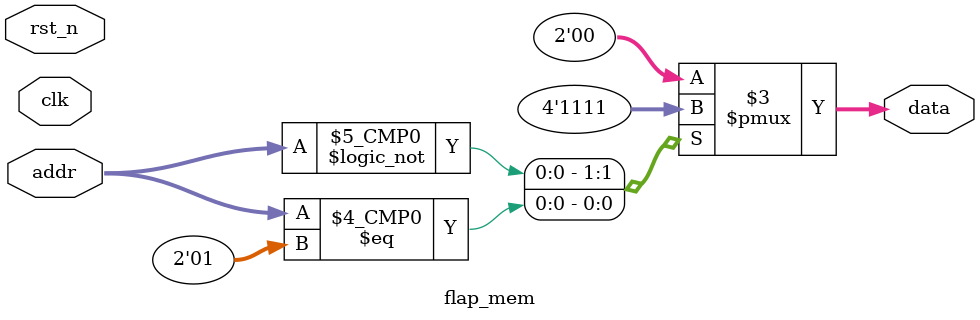
<source format=v>
`timescale 1ns / 1ps

module flap_mem #(
    parameter MUSIC_ADDR_BITS_N = 0,
    parameter MUSIC_DATA_BITS_N = 0
)(
    input clk,
    input rst_n,
    input [MUSIC_ADDR_BITS_N-1:0] addr,
    output reg [MUSIC_DATA_BITS_N-1:0] data
);

    localparam h_do = 22'd190839;
    localparam h_mi = 22'd151515;
        
    always@(*)begin
        case (addr)
            'd0: data = h_do;
            'd1: data = h_mi;
        default:
            data = 'd0;
        endcase
    end
      
endmodule
</source>
